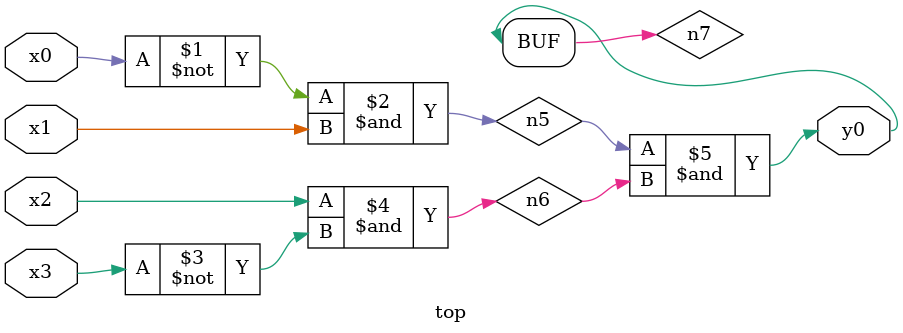
<source format=v>
module top( x0 , x1 , x2 , x3 , y0 );
  input x0 , x1 , x2 , x3 ;
  output y0 ;
  wire n5 , n6 , n7 ;
  assign n5 = ~x0 & x1 ;
  assign n6 = x2 & ~x3 ;
  assign n7 = n5 & n6 ;
  assign y0 = n7 ;
endmodule

</source>
